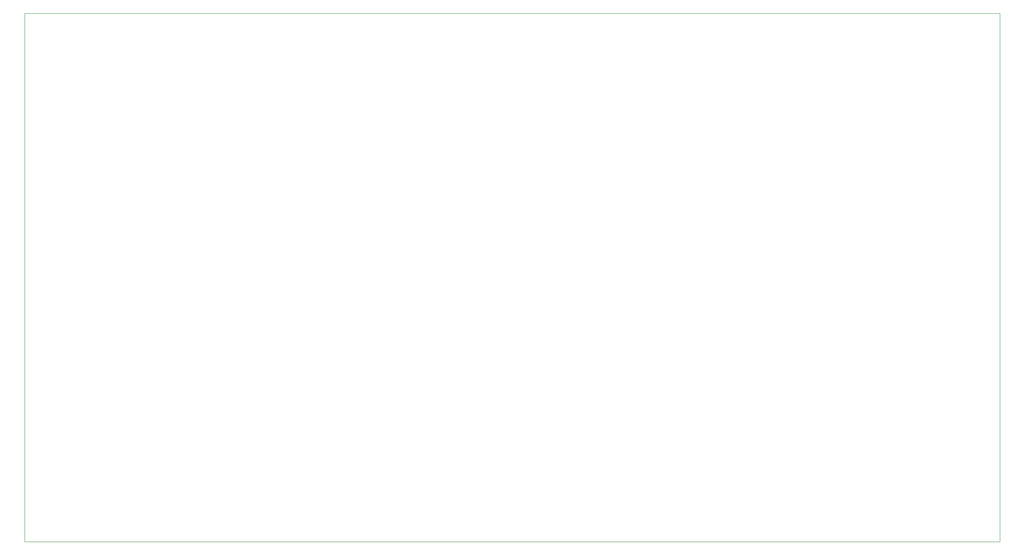
<source format=gbr>
%TF.GenerationSoftware,KiCad,Pcbnew,9.0.6*%
%TF.CreationDate,2026-01-14T23:40:17-08:00*%
%TF.ProjectId,ald_control_board,616c645f-636f-46e7-9472-6f6c5f626f61,rev?*%
%TF.SameCoordinates,Original*%
%TF.FileFunction,Profile,NP*%
%FSLAX46Y46*%
G04 Gerber Fmt 4.6, Leading zero omitted, Abs format (unit mm)*
G04 Created by KiCad (PCBNEW 9.0.6) date 2026-01-14 23:40:17*
%MOMM*%
%LPD*%
G01*
G04 APERTURE LIST*
%TA.AperFunction,Profile*%
%ADD10C,0.050000*%
%TD*%
G04 APERTURE END LIST*
D10*
X54359600Y-41187200D02*
X259228800Y-41187200D01*
X259228800Y-152298400D01*
X54359600Y-152298400D01*
X54359600Y-41187200D01*
M02*

</source>
